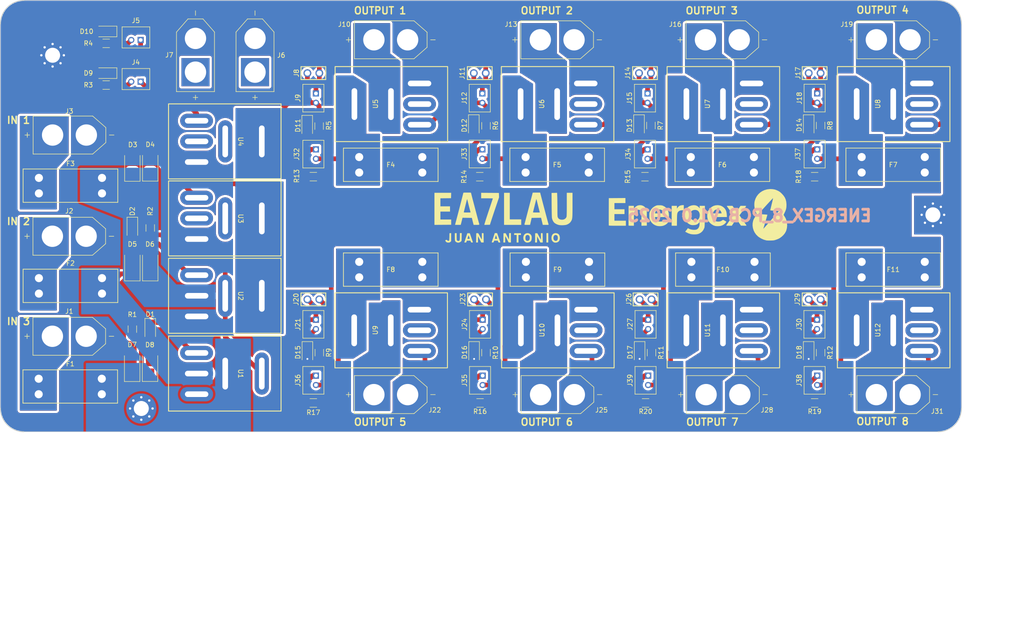
<source format=kicad_pcb>
(kicad_pcb (version 20241229) (generator "pcbnew") (generator_version "9.0")
  (title_block (title "ENERGEX_8_PCB - PCB DESING") (date "05/06/2025") (rev "v1.0"))
  (layers (0 "F.Cu" signal) (4 "In1.Cu" signal) (6 "In2.Cu" signal) (2 "B.Cu" signal) (13 "F.Paste" user) (15 "B.Paste" user) (5 "F.SilkS" user "F.Silkscreen") (7 "B.SilkS" user "B.Silkscreen") (1 "F.Mask" user) (3 "B.Mask" user) (25 "Edge.Cuts" user))
  (net 0 "")
  (net 1 "Net-(D1-K)")
  (net 2 "GND")
  (net 3 "Net-(D2-K)")
  (net 4 "PWR_IN_3")
  (net 5 "PWR_IN_2")
  (net 6 "PWR_IN_1")
  (net 7 "Net-(D9-K)")
  (net 8 "Net-(D10-K)")
  (net 9 "Net-(D11-K)")
  (net 10 "Net-(D12-K)")
  (net 11 "Net-(D13-K)")
  (net 12 "Net-(D14-K)")
  (net 13 "Net-(D15-K)")
  (net 14 "Net-(D16-K)")
  (net 15 "Net-(D17-K)")
  (net 16 "Net-(D18-K)")
  (net 17 "Net-(J1-POS)")
  (net 18 "Net-(J2-POS)")
  (net 19 "Net-(J3-POS)")
  (net 20 "Net-(F4-Pad1)")
  (net 21 "POWER")
  (net 22 "Net-(F5-Pad1)")
  (net 23 "Net-(F6-Pad1)")
  (net 24 "Net-(F7-Pad1)")
  (net 25 "Net-(F8-Pad1)")
  (net 26 "Net-(F9-Pad1)")
  (net 27 "Net-(F10-Pad1)")
  (net 28 "Net-(F11-Pad1)")
  (net 29 "Net-(J4-Pad1)")
  (net 30 "Net-(J5-Pad1)")
  (net 31 "Net-(J6-POS)")
  (net 32 "Net-(J7-POS)")
  (net 33 "Net-(J8-Pad2)")
  (net 34 "Net-(J10-POS)")
  (net 35 "Net-(J11-Pad2)")
  (net 36 "Net-(J13-POS)")
  (net 37 "Net-(J14-Pad2)")
  (net 38 "Net-(J16-POS)")
  (net 39 "Net-(J17-Pad2)")
  (net 40 "Net-(J19-POS)")
  (net 41 "Net-(J20-Pad2)")
  (net 42 "Net-(J22-POS)")
  (net 43 "Net-(J23-Pad2)")
  (net 44 "Net-(J25-POS)")
  (net 45 "Net-(J26-Pad2)")
  (net 46 "Net-(J28-POS)")
  (net 47 "Net-(J29-Pad2)")
  (net 48 "Net-(J31-POS)")
  (net 49 "Net-(R2-Pad1)")
  (net 50 "PWR_SELECT")
  (net 51 "Net-(J32-Pad1)")
  (net 52 "Net-(J33-Pad1)")
  (net 53 "Net-(J34-Pad1)")
  (net 54 "Net-(J35-Pad1)")
  (net 55 "Net-(J36-Pad1)")
  (net 56 "Net-(J37-Pad1)")
  (net 57 "Net-(J38-Pad1)")
  (net 58 "Net-(J39-Pad1)")
  (footprint "01_Footprints:B2B-PH-K-S" (layer "F.Cu") (at 220.218 80.016 90)
    (property "Reference" "J37")
    (property "Value" "B2B-PH-K-S")
  )
  (footprint "01_Footprints:keystone_electronics_3557-2" (layer "F.Cu") (at 123.063 80.651)
    (property "Reference" "F4")
    (property "Value" "3557-2")
  )
  (footprint "01_Footprints:XT60-M" (layer "F.Cu") (at 200.66 131.324)
    (property "Reference" "J28")
    (property "Value" "XT60-M")
  )
  (footprint "01_Footprints:0986AH0304" (layer "F.Cu") (at 94.488 93.732 -90)
    (property "Reference" "U3")
    (property "Value" "0986AH0304")
  )
  (footprint "01_Footprints:XT60-M" (layer "F.Cu") (at 165.354 131.324)
    (property "Reference" "J25")
    (property "Value" "XT60-M")
  )
  (footprint "01_Footprints:XT60-M" (layer "F.Cu") (at 236.982 131.324)
    (property "Reference" "J31")
    (property "Value" "XT60-M")
  )
  (footprint "Resistor_SMD:R_1206_3216Metric" (layer "F.Cu") (at 185.42 122.3725 90)
    (property "Reference" "R11")
    (property "Value" "100 Ohm")
  )
  (footprint "01_Footprints:EA7LAULogo2" (layer "F.Cu") (at 153.67 92.964)
    (property "Reference" "G***" (hide yes))
    (property "Value" "LOGO" (hide yes))
  )
  (footprint "Resistor_SMD:R_1206_3216Metric" (layer "F.Cu") (at 220.218 133.102 180)
    (property "Reference" "R19")
    (property "Value" "510 Ohm")
  )
  (footprint "01_Footprints:B2B-PH-K-S" (layer "F.Cu") (at 75.438 55.124)
    (property "Reference" "J5")
    (property "Value" "B2B-PH-K-S")
  )
  (footprint "01_Footprints:61300211121" (layer "F.Cu") (at 148.844 111.004 180)
    (property "Reference" "J23")
    (property "Value" "61300211121")
    (property "VALUE" "61300211121" (hide yes))
  )
  (footprint "01_Footprints:B2B-PH-K-S" (layer "F.Cu") (at 220.218 128.276 90)
    (property "Reference" "J38")
    (property "Value" "B2B-PH-K-S")
  )
  (footprint "01_Footprints:keystone_electronics_3557-2" (layer "F.Cu") (at 193.802 80.651)
    (property "Reference" "F6")
    (property "Value" "3557-2")
  )
  (footprint "01_Footprints:0986AH0304" (layer "F.Cu") (at 94.484 77.304 -90)
    (property "Reference" "U4")
    (property "Value" "0986AH0304")
  )
  (footprint "01_Footprints:XT60-M" (layer "F.Cu") (at 129.794 131.324)
    (property "Reference" "J22")
    (property "Value" "XT60-M")
  )
  (footprint "01_Footprints:0986AH0304" (layer "F.Cu") (at 200.66 69.348 90)
    (property "Reference" "U7")
    (property "Value" "0986AH0304")
  )
  (footprint "Diode_SMD:D_1206_3216Metric" (layer "F.Cu") (at 74.676 95.764 -90)
    (property "Reference" "D2")
    (property "Value" "D")
  )
  (footprint "01_Footprints:B2B-PH-K-S" (layer "F.Cu") (at 184.023 80.016 90)
    (property "Reference" "J34")
    (property "Value" "B2B-PH-K-S")
  )
  (footprint "01_Footprints:61300211121" (layer "F.Cu") (at 113.284 111.004 180)
    (property "Reference" "J20")
    (property "Value" "61300211121")
    (property "VALUE" "61300211121" (hide yes))
  )
  (footprint "Diode_SMD:D_1206_3216Metric" (layer "F.Cu") (at 69.088 53.854 180)
    (property "Reference" "D10")
    (property "Value" "D")
  )
  (footprint "01_Footprints:XT60-M" (layer "F.Cu") (at 88.138 58.934 90)
    (property "Reference" "J7")
    (property "Value" "XT60-M")
  )
  (footprint "Resistor_SMD:R_1206_3216Metric" (layer "F.Cu") (at 150.114 122.3725 90)
    (property "Reference" "R10")
    (property "Value" "100 Ohm")
  )
  (footprint "Diode_SMD:D_SMA" (layer "F.Cu") (at 74.676 103.5552 90)
    (property "Reference" "D5")
    (property "Value" "SMAJ13CA")
  )
  (footprint "01_Footprints:B2B-PH-K-S" (layer "F.Cu") (at 113.284 80.016 90)
    (property "Reference" "J32")
    (property "Value" "B2B-PH-K-S")
  )
  (footprint "Resistor_SMD:R_1206_3216Metric" (layer "F.Cu") (at 69.088 65.284)
    (property "Reference" "R3")
    (property "Value" "100 Ohm")
  )
  (footprint "01_Footprints:Energex8Logo" (layer "F.Cu") (at 194.798447 93.296214)
    (property "Reference" "G***" (hide yes))
    (property "Value" "LOGO" (hide yes))
  )
  (footprint "Resistor_SMD:R_1206_3216Metric" (layer "F.Cu") (at 148.844 133.102 180)
    (property "Reference" "R16")
    (property "Value" "510 Ohm")
  )
  (footprint "Resistor_SMD:R_1206_3216Metric" (layer "F.Cu") (at 184.023 84.842 180)
    (property "Reference" "R15")
    (property "Value" "510 Ohm")
  )
  (footprint "01_Footprints:B2B-PH-K-S" (layer "F.Cu") (at 113.284 116.338 90)
    (property "Reference" "J21")
    (property "Value" "B2B-PH-K-S")
  )
  (footprint "Diode_SMD:D_SMA" (layer "F.Cu") (at 78.486 103.5552 90)
    (property "Reference" "D6")
    (property "Value" "SMAJ13CA")
  )
  (footprint "Resistor_SMD:R_1206_3216Metric" (layer "F.Cu") (at 220.218 84.842 180)
    (property "Reference" "R18")
    (property "Value" "510 Ohm")
  )
  (footprint "01_Footprints:61300211121" (layer "F.Cu") (at 184.023 62.744)
    (property "Reference" "J14")
    (property "Value" "61300211121")
    (property "VALUE" "61300211121" (hide yes))
  )
  (footprint "Resistor_SMD:R_1206_3216Metric" (layer "F.Cu") (at 69.088 56.394)
    (property "Reference" "R4")
    (property "Value" "100 Ohm")
  )
  (footprint "01_Footprints:XT60-M" (layer "F.Cu") (at 129.794 55.632)
    (property "Reference" "J10")
    (property "Value" "XT60-M")
  )
  (footprint "Resistor_SMD:R_1206_3216Metric" (layer "F.Cu") (at 221.488 73.92 90)
    (property "Reference" "R8")
    (property "Value" "100 Ohm")
  )
  (footprint "Diode_SMD:D_1206_3216Metric" (layer "F.Cu") (at 218.948 122.31 -90)
    (property "Reference" "D18")
    (property "Value" "D")
  )
  (footprint "Diode_SMD:D_1206_3216Metric" (layer "F.Cu") (at 182.88 122.304 -90)
    (property "Reference" "D17")
    (property "Value" "D")
  )
  (footprint "01_Footprints:61300211121" (layer "F.Cu") (at 113.284 62.744)
    (property "Reference" "J8")
    (property "Value" "61300211121")
    (property "VALUE" "61300211121" (hide yes))
  )
  (footprint "Resistor_SMD:R_1206_3216Metric" (layer "F.Cu") (at 221.488 122.3725 90)
    (property "Reference" "R12")
    (property "Value" "100 Ohm")
  )
  (footprint "01_Footprints:XT60-M" (layer "F.Cu") (at 236.982 55.632)
    (property "Reference" "J19")
    (property "Value" "XT60-M")
  )
  (footprint "01_Footprints:B2B-PH-K-S" (layer "F.Cu") (at 220.176 116.338 90)
    (property "Reference" "J30")
    (property "Value" "B2B-PH-K-S")
  )
  (footprint "01_Footprints:XT60-M" (layer "F.Cu") (at 61.258 75.952)
    (property "Reference" "J3")
    (property "Value" "XT60-M")
  )
  (footprint "Resistor_SMD:R_1206_3216Metric" (layer "F.Cu") (at 184.15 133.102 180)
    (property "Reference" "R20")
    (property "Value" "510 Ohm")
  )
  (footprint "Diode_SMD:D_1206_3216Metric" (layer "F.Cu") (at 69.088 62.744 180)
    (property "Reference" "D9")
    (property "Value" "D")
  )
  (footprint "Diode_SMD:D_SMA" (layer "F.Cu") (at 78.442 125.006 90)
    (property "Reference" "D8")
    (property "Value" "SMAJ13CA")
  )
  (footprint "MountingHole:MountingHole_3.2mm_M3_Pad_Via" (layer "F.Cu") (at 57.658 58.934)
    (property "Reference" "H1" (hide yes))
    (property "Value" "MountingHole_Pad")
  )
  (footprint "01_Footprints:61300211121" (layer "F.Cu") (at 220.218 111.004 180)
    (property "Reference" "J29")
    (property "Value" "61300211121")
    (property "VALUE" "61300211121" (hide yes))
  )
  (footprint "01_Footprints:keystone_electronics_3557-2" (layer "F.Cu") (at 230.251 80.645)
    (property "Reference" "F7")
    (property "Value" "3557-2")
  )
  (footprint "01_Footprints:B2B-PH-K-S" (layer "F.Cu") (at 113.284 128.276 90)
    (property "Reference" "J36")
    (property "Value" "B2B-PH-K-S")
  )
  (footprint "MountingHole:MountingHole_3.2mm_M3_Pad_Via" (layer "F.Cu") (at 76.581 134.285056)
    (property "Reference" "H4" (hide yes))
    (property "Value" "MountingHole_Pad")
  )
  (footprint "01_Footprints:keystone_electronics_3557-2" (layer "F.Cu") (at 54.737 85.096)
    (property "Reference" "F3")
    (property "Value" "3557-2")
  )
  (footprint "01_Footprints:0986AH0304" (layer "F.Cu") (at 165.354 117.608 90)
    (property "Reference" "U10")
    (property "Value" "0986AH0304")
  )
  (footprint "Resistor_SMD:R_1206_3216Metric" (layer "F.Cu") (at 185.293 73.92 90)
    (property "Reference" "R7")
    (property "Value" "100 Ohm")
  )
  (footprint "01_Footprints:XT60-M" (layer "F.Cu") (at 61.214 97.542)
    (property "Reference" "J2")
    (property "Value" "XT60-M")
  )
  (footprint "01_Footprints:61300211121" (layer "F.Cu") (at 184.15 111.004 180)
    (property "Reference" "J26")
    (property "Value" "61300211121")
    (property "VALUE" "61300211121" (hide yes))
  )
  (footprint "Diode_SMD:D_1206_3216Metric" (layer "F.Cu") (at 111.97 74.044 -90)
    (property "Reference" "D11")
    (property "Value" "D")
  )
  (footprint "01_Footprints:0986AH0304" (layer "F.Cu") (at 129.794 117.608 90)
    (property "Reference" "U9")
    (property "Value" "0986AH0304")
  )
  (footprint "Diode_SMD:D_SMA" (layer "F.Cu") (at 78.486 82.27 90)
    (property "Reference" "D4")
    (property "Value" "SMAJ13CA")
  )
  (footprint "01_Footprints:0986AH0304" (layer "F.Cu") (at 165.2925 69.348 90)
    (property "Reference" "U6")
    (property "Value" "0986AH0304")
  )
  (footprint "01_Footprints:keystone_electronics_3557-2" (layer "F.Cu") (at 158.623 103.003)
    (property "Reference" "F9")
    (property "Value" "3557-2")
  )
  (footprint "01_Footprints:B2B-PH-K-S" (layer "F.Cu") (at 184.15 128.276 90)
    (property "Reference" "J39")
    (property "Value" "B2B-PH-K-S")
  )
  (footprint "01_Footprints:0986AH0304" (layer "F.Cu") (at 94.484 126.834 -90)
    (property "Reference" "U1")
    (property "Value" "0986AH0304")
  )
  (footprint "MountingHole:MountingHole_3.2mm_M3_Pad_Via" (layer "F.Cu") (at 245.444944 92.97)
    (property "Reference" "H3" (hide yes))
    (property "Value" "MountingHole_Pad")
  )
  (footprint "01_Footprints:0986AH0304" (layer "F.Cu") (at 94.484 110.242 -90)
    (property "Reference" "U2")
    (property "Value" "0986AH0304")
  )
  (footprint "01_Footprints:EA7LAULogo2_UserDrawings" (layer "F.Cu") (at 246.253 172.847)
    (property "Reference" "G***" (hide yes))
    (property "Value" "LOGO" (hide yes))
  )
  (footprint "01_Footprints:0986AH0304" (layer "F.Cu") (at 200.66 117.608 90)
    (property "Reference" "U11")
    (property "Value" "0986AH0304")
  )
  (footprint "01_Footprints:keystone_electronics_3557-2" (layer "F.Cu") (at 54.693 127.9392)
    (property "Reference" "F1")
    (property "Value" "3557-2")
  )
  (footprint "01_Footprints:B2B-PH-K-S" (layer "F.Cu") (at 184.15 116.338 90)
    (property "Reference" "J27")
    (property "Value" "B2B-PH-K-S")
  )
  (footprint "01_Footprints:B2B-PH-K-S" (layer "F.Cu") (at 184.023 68.078 90)
    (property "Reference" "J15")
    (property "Value" "B2B-PH-K-S")
  )
  (footprint "01_Footprints:keystone_electronics_3557-2" (layer "F.Cu") (at 193.929 103.003)
    (property "Reference" "F10")
    (property "Value" "3557-2")
  )
  (footprint "01_Footprints:XT60-M" (layer "F.Cu") (at 165.2925 55.632)
    (property "Reference" "J13")
    (property "Value" "XT60-M")
  )
  (footprint "Resistor_SMD:R_1206_3216Metric" (layer "F.Cu") (at 148.7825 84.842 180)
    (property "Reference" "R14")
    (property "Value" "510 Ohm")
  )
  (footprint "01_Footprints:keystone_electronics_3557-2" (layer "F.Cu") (at 158.5615 80.651)
    (property "Reference" "F5")
    (property "Value" "3557-2")
  )
  (footprint "01_Footprints:B2B-PH-K-S" (layer "F.Cu") (at 75.438 64.014)
    (property "Reference" "J4")
    (property "Value" "B2B-PH-K-S")
  )
  (footprint "01_Footprints:B2B-PH-K-S" (layer "F.Cu") (at 220.218 68.062 90)
    (property "Reference" "J18")
    (property "Value" "B2B-PH-K-S")
  )
  (footprint "Diode_SMD:D_1206_3216Metric" (layer "F.Cu") (at 182.753 73.92 -90)
    (property "Reference" "D13")
    (property "Value" "D")
  )
  (footprint "Resistor_SMD:R_1206_3216Metric" (layer "F.Cu") (at 78.486 95.77 90)
    (property "Reference" "R2")
    (property "Value" "100 Ohm")
  )
  (footprint "Diode_SMD:D_1206_3216Metric" (layer "F.Cu") (at 112.014 122.31 -90)
    (property "Reference" "D15")
    (property "Value" "D")
  )
  (footprint "01_Footprints:XT60-M" (layer "F.Cu") (at 200.533 55.632)
    (property "Reference" "J16")
    (property "Value" "XT60-M")
  )
  (footprint "Diode_SMD:D_1206_3216Metric" (layer "F.Cu") (at 147.5125 73.917 -90)
    (property "Reference" "D12")
    (property "Value" "D")
  )
  (footprint "Diode_SMD:D_1206_3216Metric" (layer "F.Cu") (at 147.574 122.31 -90)
    (property "Reference" "D16")
    (property "Value" "D")
  )
  (footprint "01_Footprints:keystone_electronics_3557-2" (layer "F.Cu") (at 230.251 103.003)
    (property "Reference" "F11")
    (property "Value" "3557-2")
  )
  (footprint "01_Footprints:XT60-M" (layer "F.Cu") (at 100.838 58.934 90)
    (property "Reference" "J6")
    (property "Value" "XT60-M")
  )
  (footprint "01_Footprints:B2B-PH-K-S" (layer "F.Cu") (at 148.7825 80 90)
    (property "Reference" "J33")
    (property "Value" "B2B-PH-K-S")
  )
  (footprint "Diode_SMD:D_1206_3216Metric" (layer "F.Cu") (at 78.486 117.354 -90)
    (property "Reference" "D1")
    (property "Value" "D")
  )
  (footprint "01_Footprints:61300211121" (layer "F.Cu") (at 148.7825 62.744)
    (property "Reference" "J11")
    (property "Value" "61300211121")
    (property "VALUE" "61300211121" (hide yes))
  )
  (footprint "01_Footprints:61300211121" (layer "F.Cu") (at 220.218 62.744)
    (property "Reference" "J17")
    (property "Value" "61300211121")
    (property "VALUE" "61300211121" (hide yes))
  )
  (footprint "Diode_SMD:D_SMA" (layer "F.Cu") (at 74.676 82.302 90)
    (property "Reference" "D3")
    (property "Value" "SMAJ13CA")
  )
  (footprint "01_Footprints:B2B-PH-K-S" (layer "F.Cu") (at 148.844 116.338 90)
    (property "Reference" "J24")
    (property "Value" "B2B-PH-K-S")
  )
  (footprint "01_Footprints:0986AH0304" (layer "F.Cu") (at 236.982 69.348 90)
    (property "Reference" "U8")
    (property "Value" "0986AH0304")
  )
  (footprint "Diode_SMD:D_1206_3216Metric" (layer "F.Cu") (at 218.948 73.92 -90)
    (property "Reference" "D14")
    (property "Value" "D")
  )
  (footprint "Resistor_SMD:R_1206_3216Metric" (layer "F.Cu") (at 74.676 117.354 90)
    (property "Reference" "R1")
    (property "Value" "100 Ohm")
  )
  (footprint "Resistor_SMD:R_1206_3216Metric" (layer "F.Cu") (at 113.284 133.102 180)
    (property "Reference" "R17")
    (property "Value" "510 Ohm")
  )
  (footprint "01_Footprints:B2B-PH-K-S" (layer "F.Cu") (at 148.844 128.276 90)
    (property "Reference" "J35")
    (property "Value" "B2B-PH-K-S")
  )
  (footprint "01_Footprints:0986AH0304" (layer "F.Cu") (at 236.982 117.608 90)
    (property "Reference" "U12")
    (property "Value" "0986AH0304")
  )
  (footprint "01_Footprints:keystone_electronics_3557-2" (layer "F.Cu") (at 123.063 103.003)
    (property "Reference" "F8")
    (property "Value" "3557-2")
  )
  (footprint "Resistor_SMD:R_1206_3216Metric" (layer "F.Cu") (at 113.284 84.826 180)
    (property "Reference" "R13")
    (property "Value" "510 Ohm")
  )
  (footprint "Resistor_SMD:R_1206_3216Metric" (layer "F.Cu") (at 114.51 74.044 90)
    (property "Reference" "R5")
    (property "Value" "100 Ohm")
  )
  (footprint "Resistor_SMD:R_1206_3216Metric" (layer "F.Cu") (at 114.554 122.3725 90)
    (property "Reference" "R9")
    (property "Value" "100 Ohm")
  )
  (footprint "01_Footprints:0986AH0304" (layer "F.Cu") (at 129.838 69.348 90)
    (property "Reference" "U5")
    (property "Value" "0986AH0304")
  )
  (footprint "Resistor_SMD:R_1206_3216Metric" (layer "F.Cu") (at 150.114 73.9815 90)
    (property "Reference" "R6")
    (property "Value" "100 Ohm")
  )
  (footprint "01_Footprints:Energex8Logo_UserDrawings" (layer "F.Cu") (at 203.073 173.99)
    (property "Reference" "G***" (hide yes))
    (property "Value" "LOGO" (hide yes))
  )
  (footprint "01_Footprints:XT60-M" (layer "F.Cu") (at 61.214 118.878)
    (property "Reference" "J1")
    (property "Value" "XT60-M")
  )
  (footprint "01_Footprints:keystone_electronics_3557-2" (layer "F.Cu") (at 54.737 106.4762)
    (property "Reference" "F2")
    (property "Value" "3557-2")
  )
  (footprint "Diode_SMD:D_SMA" (layer "F.Cu") (at 74.632 125.0182 90)
    (property "Reference" "D7")
    (property "Value" "SMAJ13CA")
  )
  (footprint "01_Footprints:B2B-PH-K-S" (layer "F.Cu") (at 113.284 68.078 90)
    (property "Reference" "J9")
    (property "Value" "B2B-PH-K-S")
  )
  (footprint "01_Footprints:B2B-PH-K-S" (layer "F.Cu") (at 148.7825 68.078 90)
    (property "Reference" "J12")
    (property "Value" "B2B-PH-K-S")
  )
  (gr_arc (start 46.538 52.244) (mid 48.002466 48.708467) (end 51.538 47.244) (stroke (width 0.2)) (layer "Edge.Cuts"))
  (gr_arc (start 246.538 47.244) (mid 250.073533 48.708466) (end 251.538 52.244) (stroke (width 0.2)) (layer "Edge.Cuts"))
  (gr_line (start 51.538 139.244) (end 246.538 139.244) (stroke (width 0.1)) (layer "Edge.Cuts"))
  (gr_arc (start 51.538 139.244) (mid 48.002467 137.779534) (end 46.538 134.244) (stroke (width 0.2)) (layer "Edge.Cuts"))
  (gr_line (start 251.538 134.244) (end 251.538 52.244) (stroke (width 0.1)) (layer "Edge.Cuts"))
  (gr_line (start 46.538 52.244) (end 46.538 134.244) (stroke (width 0.1)) (layer "Edge.Cuts"))
  (gr_arc (start 251.538 134.244) (mid 250.073534 137.779533) (end 246.538 139.244) (stroke (width 0.2)) (layer "Edge.Cuts"))
  (gr_line (start 246.538 47.244) (end 51.538 47.244) (stroke (width 0.1)) (layer "Edge.Cuts"))
  (gr_text "IN 3" (at 47.752 116.586 0) (layer "F.SilkS") (effects (font (size 1.5 1.5) (thickness 0.3) (bold yes)) (justify left bottom)))
  (gr_text "IN 2" (at 47.752 95.25 0) (layer "F.SilkS") (effects (font (size 1.5 1.5) (thickness 0.3) (bold yes)) (justify left bottom)))
  (gr_text "OUTPUT 2" (at 157.353 50.292 0) (layer "F.SilkS") (effects (font (size 1.5 1.5) (thickness 0.3) (bold yes)) (justify left bottom)))
  (gr_text "OUTPUT 3" (at 192.532 50.292 0) (layer "F.SilkS") (effects (font (size 1.5 1.5) (thickness 0.3) (bold yes)) (justify left bottom)))
  (gr_text "IN 1" (at 47.752 73.66 0) (layer "F.SilkS") (effects (font (size 1.5 1.5) (thickness 0.3) (bold yes)) (justify left bottom)))
  (gr_text "OUTPUT 4" (at 228.981 50.165 0) (layer "F.SilkS") (effects (font (size 1.5 1.5) (thickness 0.3) (bold yes)) (justify left bottom)))
  (gr_text "OUTPUT 7" (at 192.659 138.049 0) (layer "F.SilkS") (effects (font (size 1.5 1.5) (thickness 0.3) (bold yes)) (justify left bottom)))
  (gr_text "OUTPUT 8" (at 228.981 137.922 0) (layer "F.SilkS") (effects (font (size 1.5 1.5) (thickness 0.3) (bold yes)) (justify left bottom)))
  (gr_text "OUTPUT 1" (at 121.793 50.292 0) (layer "F.SilkS") (effects (font (size 1.5 1.5) (thickness 0.3) (bold yes)) (justify left bottom)))
  (gr_text "OUTPUT 5" (at 121.793 138.049 0) (layer "F.SilkS") (effects (font (size 1.5 1.5) (thickness 0.3) (bold yes)) (justify left bottom)))
  (gr_text "OUTPUT 6" (at 157.353 138.049 0) (layer "F.SilkS") (effects (font (size 1.5 1.5) (thickness 0.3) (bold yes)) (justify left bottom)))
  (gr_text "ENERGEX_8_PCB V1.0 2025" (at 232.664 94.615 0) (layer "B.SilkS") (effects (font (size 2.5 2.5) (thickness 0.6) (bold yes)) (justify left bottom mirror)))
  (segment (start 87.636 122.434) (end 81.156 115.954) (width 1) (layer "F.Cu") (net 1))
  (segment (start 88.374 122.434) (end 87.636 122.434) (width 1) (layer "F.Cu") (net 1))
  (segment (start 81.156 115.954) (end 78.486 115.954) (width 1) (layer "F.Cu") (net 1))
  (segment (start 78.4235 115.8915) (end 78.486 115.954) (width 1) (layer "F.Cu") (net 1))
  (segment (start 74.676 115.8915) (end 78.4235 115.8915) (width 1) (layer "F.Cu") (net 1))
  (segment (start 107.188 73.406) (end 107.188 57.404) (width 1) (layer "F.Cu") (net 2))
  (segment (start 105.118 55.334) (end 100.838 55.334) (width 1) (layer "F.Cu") (net 2))
  (segment (start 107.188 57.404) (end 105.118 55.334) (width 1) (layer "F.Cu") (net 2))
  (segment (start 111.97 75.444) (end 109.226 75.444) (width 1) (layer "F.Cu") (net 2))
  (segment (start 109.226 75.444) (end 107.188 73.406) (width 1) (layer "F.Cu") (net 2))
  (via (at 147.574 123.71) (size 0.8) (drill 0.4) (layers "F.Cu" "B.Cu") (net 2))
  (via (at 218.948 123.71) (size 0.8) (drill 0.4) (layers "F.Cu" "B.Cu") (net 2))
  (via (at 112.014 123.71) (size 0.8) (drill 0.4) (layers "F.Cu" "B.Cu") (net 2))
  (via (at 182.88 123.704) (size 0.8) (drill 0.4) (layers "F.Cu" "B.Cu") (net 2))
  (segment (start 76.581 98.298) (end 76.581 94.364) (width 1) (layer "F.Cu") (net 3))
  (segment (start 88.374 105.842) (end 86.919 105.842) (width 1) (layer "F.Cu") (net 3))
  (segment (start 80.264 99.187) (end 77.47 99.187) (width 1) (layer "F.Cu") (net 3))
  (segment (start 77.47 99.187) (end 76.581 98.298) (width 1) (layer "F.Cu") (net 3))
  (segment (start 86.919 105.842) (end 80.264 99.187) (width 1) (layer "F.Cu") (net 3))
  (segment (start 78.4295 94.364) (end 78.486 94.3075) (width 1) (layer "F.Cu") (net 3))
  (segment (start 74.676 94.364) (end 76.581 94.364) (width 1) (layer "F.Cu") (net 3))
  (segment (start 76.581 94.364) (end 78.4295 94.364) (width 1) (layer "F.Cu") (net 3))
  (segment (start 74.676 84.302) (end 72.289 84.302) (width 1) (layer "F.Cu") (net 4))
  (segment (start 78.486 84.27) (end 74.708 84.27) (width 1) (layer "F.Cu") (net 4))
  (segment (start 68.199 85.096) (end 68.199 88.398) (width 1) (layer "F.Cu") (net 4))
  (segment (start 72.289 84.302) (end 71.495 85.096) (width 1) (layer "F.Cu") (net 4))
  (segment (start 74.708 84.27) (end 74.676 84.302) (width 1) (layer "F.Cu") (net 4))
  (segment (start 71.495 85.096) (end 68.199 85.096) (width 1) (layer "F.Cu") (net 4))
  (segment (start 68.199 106.4762) (end 68.199 109.7782) (width 1) (layer "F.Cu") (net 5))
  (segment (start 71.3238 106.4762) (end 68.199 106.4762) (width 1) (layer "F.Cu") (net 5))
  (segment (start 88.384 126.834) (end 86.884 126.834) (width 1) (layer "F.Cu") (net 5))
  (segment (start 72.2448 105.5552) (end 71.3238 106.4762) (width 1) (layer "F.Cu") (net 5))
  (segment (start 74.676 105.5552) (end 72.2448 105.5552) (width 1) (layer "F.Cu") (net 5))
  (segment (start 78.486 105.5552) (end 74.676 105.5552) (width 1) (layer "F.Cu") (net 5))
  (segment (start 68.155 131.2412) (end 68.155 127.9392) (width 1) (layer "F.Cu") (net 6))
  (segment (start 78.442 127.006) (end 76.581 127.006) (width 1) (layer "F.Cu") (net 6))
  (segment (start 76.581 127.006) (end 74.6442 127.006) (width 1) (layer "F.Cu") (net 6))
  (segment (start 74.6442 127.006) (end 74.632 127.0182) (width 1) (layer "F.Cu") (net 6))
  (segment (start 72.1813 127.0182) (end 71.2603 127.9392) (width 1) (layer "F.Cu") (net 6))
  (segment (start 71.2603 127.9392) (end 68.155 127.9392) (width 1) (layer "F.Cu") (net 6))
  (segment (start 74.676 118.8165) (end 76.581 120.7215) (width 1) (layer "F.Cu") (net 6))
  (segment (start 76.581 120.7215) (end 76.581 127.006) (width 1) (layer "F.Cu") (net 6))
  (segment (start 74.632 127.0182) (end 72.1813 127.0182) (width 1) (layer "F.Cu") (net 6))
  (segment (start 73.718 65.284) (end 74.438 64.564) (width 1) (layer "F.Cu") (net 7))
  (segment (start 70.5505 65.284) (end 73.718 65.284) (width 1) (layer "F.Cu") (net 7))
  (segment (start 70.488 65.2215) (end 70.5505 65.284) (width 1) (layer "F.Cu") (net 7))
  (segment (start 70.488 62.744) (end 70.488 65.2215) (width 1) (layer "F.Cu") (net 7))
  (segment (start 70.488 56.3315) (end 70.5505 56.394) (width 1) (layer "F.Cu") (net 8))
  (segment (start 70.488 53.854) (end 70.488 56.3315) (width 1) (layer "F.Cu") (net 8))
  (segment (start 73.718 56.394) (end 74.438 55.674) (width 1) (layer "F.Cu") (net 8))
  (segment (start 70.5505 56.394) (end 73.718 56.394) (width 1) (layer "F.Cu") (net 8))
  (segment (start 112.909105 69.078) (end 113.834 69.078) (width 1) (layer "F.Cu") (net 9))
  (segment (start 114.4475 72.644) (end 114.51 72.5815) (width 1) (layer "F.Cu") (net 9))
  (segment (start 114.51 69.754) (end 113.834 69.078) (width 1) (layer "F.Cu") (net 9))
  (segment (start 114.51 72.5815) (end 114.51 69.754) (width 1) (layer "F.Cu") (net 9))
  (segment (start 112.014 62.744) (end 112.014 68.182895) (width 1) (layer "F.Cu") (net 9))
  (segment (start 111.97 72.644) (end 114.4475 72.644) (width 1) (layer "F.Cu") (net 9))
  (segment (start 112.014 68.182895) (end 112.909105 69.078) (width 1) (layer "F.Cu") (net 9))
  (segment (start 150.114 69.8595) (end 149.3325 69.078) (width 1) (layer "F.Cu") (net 10))
  (segment (start 150.112 72.517) (end 150.114 72.519) (width 1) (layer "F.Cu") (net 10))
  (segment (start 150.114 72.519) (end 150.114 69.8595) (width 1) (layer "F.Cu") (net 10))
  (segment (start 147.5125 68.5185) (end 148.072 69.078) (width 1) (layer "F.Cu") (net 10))
  (segment (start 148.072 69.078) (end 149.3325 69.078) (width 1) (layer "F.Cu") (net 10))
  (segment (start 147.5125 72.517) (end 150.112 72.517) (width 1) (layer "F.Cu") (net 10))
  (segment (start 147.5125 62.744) (end 147.5125 68.5185) (width 1) (layer "F.Cu") (net 10))
  (segment (start 182.753 62.744) (end 182.753 68.182895) (width 1) (layer "F.Cu") (net 11))
  (segment (start 183.648105 69.078) (end 184.573 69.078) (width 1) (layer "F.Cu") (net 11))
  (segment (start 185.293 69.798) (end 184.573 69.078) (width 1) (layer "F.Cu") (net 11))
  (segment (start 185.293 72.4575) (end 185.293 69.798) (width 1) (layer "F.Cu") (net 11))
  (segment (start 182.753 68.182895) (end 183.648105 69.078) (width 1) (layer "F.Cu") (net 11))
  (segment (start 182.753 72.52) (end 185.2305 72.52) (width 1) (layer "F.Cu") (net 11))
  (segment (start 185.2305 72.52) (end 185.293 72.4575) (width 1) (layer "F.Cu") (net 11))
  (segment (start 221.4255 72.52) (end 221.488 72.4575) (width 1) (layer "F.Cu") (net 12))
  (segment (start 219.843105 69.062) (end 220.768 69.062) (width 1) (layer "F.Cu") (net 12))
  (segment (start 218.948 72.52) (end 221.4255 72.52) (width 1) (layer "F.Cu") (net 12))
  (segment (start 221.488 69.782) (end 220.768 69.062) (width 1) (layer "F.Cu") (net 12))
  (segment (start 218.948 68.166895) (end 219.843105 69.062) (width 1) (layer "F.Cu") (net 12))
  (segment (start 221.488 72.4575) (end 221.488 69.782) (width 1) (layer "F.Cu") (net 12))
  (segment (start 218.948 62.744) (end 218.948 68.166895) (width 1) (layer "F.Cu") (net 12))
  (segment (start 112.014 119.158) (end 112.014 120.91) (width 1) (layer "F.Cu") (net 13))
  (segment (start 112.014 120.91) (end 114.554 120.91) (width 1) (layer "F.Cu") (net 13))
  (segment (start 115.57 117.221) (end 115.57 119.894) (width 1) (layer "F.Cu") (net 13))
  (segment (start 115.57 119.894) (end 114.554 120.91) (width 1) (layer "F.Cu") (net 13))
  (segment (start 113.834 117.338) (end 112.014 119.158) (width 1) (layer "F.Cu") (net 13))
  (segment (start 114.554 111.004) (end 115.57 112.02) (width 1) (layer "F.Cu") (net 13))
  (segment (start 115.57 112.02) (end 115.57 117.221) (width 1) (layer "F.Cu") (net 13))
  (segment (start 147.574 119.158) (end 149.394 117.338) (width 1) (layer "F.Cu") (net 14))
  (segment (start 150.114 111.004) (end 151.257 112.147) (width 1) (layer "F.Cu") (net 14))
  (segment (start 150.114 120.91) (end 147.574 120.91) (width 1) (layer "F.Cu") (net 14))
  (segment (start 151.257 119.767) (end 150.114 120.91) (width 1) (layer "F.Cu") (net 14))
  (segment (start 147.574 120.91) (end 147.574 119.158) (width 1) (layer "F.Cu") (net 14))
  (segment (start 151.257 112.147) (end 151.257 119.767) (width 1) (layer "F.Cu") (net 14))
  (segment (start 182.88 120.904) (end 182.88 119.158) (width 1) (layer "F.Cu") (net 15))
  (segment (start 185.42 111.004) (end 186.69 112.274) (width 1) (layer "F.Cu") (net 15))
  (segment (start 186.69 119.64) (end 185.42 120.91) (width 1) (layer "F.Cu") (net 15))
  (segment (start 182.88 119.158) (end 184.7 117.338) (width 1) (layer "F.Cu") (net 15))
  (segment (start 185.414 120.904) (end 185.42 120.91) (width 1) (layer "F.Cu") (net 15))
  (segment (start 182.88 120.904) (end 185.414 120.904) (width 1) (layer "F.Cu") (net 15))
  (segment (start 186.69 112.274) (end 186.69 119.64) (width 1) (layer "F.Cu") (net 15))
  (segment (start 221.488 111.004) (end 222.504 112.02) (width 1) (layer "F.Cu") (net 16))
  (segment (start 222.504 112.02) (end 222.504 119.894) (width 1) (layer "F.Cu") (net 16))
  (segment (start 218.948 120.91) (end 218.948 119.116) (width 1) (layer "F.Cu") (net 16))
  (segment (start 222.504 119.894) (end 221.488 120.91) (width 1) (layer "F.Cu") (net 16))
  (segment (start 218.948 120.91) (end 221.488 120.91) (width 1) (layer "F.Cu") (net 16))
  (segment (start 218.948 119.116) (end 220.726 117.338) (width 1) (layer "F.Cu") (net 16))
  (segment (start 122.698 81.016) (end 123.063 80.651) (width 1) (layer "F.Cu") (net 20))
  (segment (start 113.834 81.016) (end 122.698 81.016) (width 1) (layer "F.Cu") (net 20))
  (segment (start 152.654 99.568) (end 153.543 98.679) (width 1) (layer "F.Cu") (net 21))
  (segment (start 221.6805 85.7865) (end 221.6805 84.842) (width 1) (layer "F.Cu") (net 21))
  (segment (start 185.293 75.3825) (end 185.293 75.565) (width 1) (layer "F.Cu") (net 21))
  (segment (start 150.108 75.444) (end 145.4404 80.1116) (width 1) (layer "F.Cu") (net 21))
  (segment (start 220.091 87.376) (end 221.6805 85.7865) (width 1) (layer "F.Cu") (net 21))
  (segment (start 180.848 134.366) (end 181.61 135.128) (width 1) (layer "F.Cu") (net 21))
  (segment (start 145.415 128.534) (end 145.415 134.112) (width 1) (layer "F.Cu") (net 21))
  (segment (start 150.114 75.444) (end 150.108 75.444) (width 1) (layer "F.Cu") (net 21))
  (segment (start 145.4404 80.1116) (end 145.4404 86.4108) (width 1) (layer "F.Cu") (net 21))
  (segment (start 181.102 87.249) (end 183.642 87.249) (width 1) (layer "F.Cu") (net 21))
  (segment (start 110.744 135.128) (end 112.7205 135.128) (width 1) (layer "F.Cu") (net 21))
  (segment (start 224.282 121.041) (end 224.282 99.695) (width 1) (layer "F.Cu") (net 21))
  (segment (start 221.488 75.565) (end 216.789 80.264) (width 1) (layer "F.Cu") (net 21))
  (segment (start 221.488 75.3825) (end 221.488 75.565) (width 1) (layer "F.Cu") (net 21))
  (segment (start 221.488 123.835) (end 217.297 128.026) (width 1) (layer "F.Cu") (net 21))
  (segment (start 217.932 87.376) (end 220.091 87.376) (width 1) (layer "F.Cu") (net 21))
  (segment (start 117.094 99.695) (end 118.237 98.552) (width 1) (layer "F.Cu") (net 21))
  (segment (start 180.34 86.487) (end 181.102 87.249) (width 1) (layer "F.Cu") (net 21))
  (segment (start 181.61 135.128) (end 183.5865 135.128) (width 1) (layer "F.Cu") (net 21))
  (segment (start 114.554 123.835) (end 117.094 121.295) (width 1) (layer "F.Cu") (net 21))
  (segment (start 153.543 98.679) (end 167.761 98.679) (width 1) (layer "F.Cu") (net 21))
  (segment (start 185.4855 85.4055) (end 185.4855 84.842) (width 1) (layer "F.Cu") (net 21))
  (segment (start 145.415 134.112) (end 146.431 135.128) (width 1) (layer "F.Cu") (net 21))
  (segment (start 146.431 135.128) (end 148.2805 135.128) (width 1) (layer "F.Cu") (net 21))
  (segment (start 118.237 98.552) (end 132.074 98.552) (width 1) (layer "F.Cu") (net 21))
  (segment (start 183.642 87.249) (end 185.4855 85.4055) (width 1) (layer "F.Cu") (net 21))
  (segment (start 218.059 134.874) (end 219.9085 134.874) (width 1) (layer "F.Cu") (net 21))
  (segment (start 187.96 99.695) (end 189.103 98.552) (width 1) (layer "F.Cu") (net 21))
  (segment (start 221.488 123.835) (end 224.282 121.041) (width 1) (layer "F.Cu") (net 21))
  (segment (start 180.848 128.407) (end 180.848 134.366) (width 1) (layer "F.Cu") (net 21))
  (segment (start 152.654 121.295) (end 152.654 99.568) (width 1) (layer "F.Cu") (net 21))
  (segment (start 239.516 98.806) (end 243.713 103.003) (width 1) (layer "F.Cu") (net 21))
  (segment (start 185.293 75.565) (end 180.34 80.518) (width 1) (layer "F.Cu") (net 21))
  (segment (start 148.2805 135.128) (end 150.3065 133.102) (width 1) (layer "F.Cu") (net 21))
  (segment (start 150.114 123.835) (end 145.415 128.534) (width 1) (layer "F.Cu") (net 21))
  (segment (start 216.789 86.233) (end 217.932 87.376) (width 1) (layer "F.Cu") (net 21))
  (segment (start 150.114 123.835) (end 152.654 121.295) (width 1) (layer "F.Cu") (net 21))
  (segment (start 167.761 98.679) (end 172.085 103.003) (width 1) (layer "F.Cu") (net 21))
  (segment (start 216.789 80.264) (end 216.789 86.233) (width 1) (layer "F.Cu") (net 21))
  (segment (start 217.297 134.112) (end 218.059 134.874) (width 1) (layer "F.Cu") (net 21))
  (segment (start 132.074 98.552) (end 136.525 103.003) (width 1) (layer "F.Cu") (net 21))
  (segment (start 145.4404 86.4108) (end 146.1516 87.122) (width 1) (layer "F.Cu") (net 21))
  (segment (start 117.094 121.295) (end 117.094 99.695) (width 1) (layer "F.Cu") (net 21))
  (segment (start 112.7205 135.128) (end 114.7465 133.102) (width 1) (layer "F.Cu") (net 21))
  (segment (start 187.96 121.295) (end 187.96 99.695) (width 1) (layer "F.Cu") (net 21))
  (segment (start 185.42 123.835) (end 180.848 128.407) (width 1) (layer "F.Cu") (net 21))
  (segment (start 185.42 123.835) (end 187.96 121.295) (width 1) (layer "F.Cu") (net 21))
  (segment (start 219.9085 134.874) (end 221.6805 133.102) (width 1) (layer "F.Cu") (net 21))
  (segment (start 114.554 123.835) (end 114.554 123.835) (width 1) (layer "F.Cu") (net 21))
  (segment (start 217.297 128.026) (end 217.297 134.112) (width 1) (layer "F.Cu") (net 21))
  (segment (start 183.5865 135.128) (end 185.6125 133.102) (width 1) (layer "F.Cu") (net 21))
  (segment (start 202.94 98.552) (end 207.391 103.003) (width 1) (layer "F.Cu") (net 21))
  (segment (start 109.912 134.296) (end 110.744 135.128) (width 1) (layer "F.Cu") (net 21))
  (segment (start 146.1516 87.122) (end 147.965 87.122) (width 1) (layer "F.Cu") (net 21))
  (segment (start 109.912 128.477) (end 109.912 134.296) (width 1) (layer "F.Cu") (net 21))
  (segment (start 225.171 98.806) (end 239.516 98.806) (width 1) (layer "F.Cu") (net 21))
  (segment (start 147.965 87.122) (end 150.245 84.842) (width 1) (layer "F.Cu") (net 21))
  (segment (start 180.34 80.518) (end 180.34 86.487) (width 1) (layer "F.Cu") (net 21))
  (segment (start 114.554 123.835) (end 109.912 128.477) (width 1) (layer "F.Cu") (net 21))
  (segment (start 189.103 98.552) (end 202.94 98.552) (width 1) (layer "F.Cu") (net 21))
  (segment (start 224.282 99.695) (end 225.171 98.806) (width 1) (layer "F.Cu") (net 21))
  (segment (start 158.2125 81) (end 158.5615 80.651) (width 1) (layer "F.Cu") (net 22))
  (segment (start 149.3325 81) (end 158.2125 81) (width 1) (layer "F.Cu") (net 22))
  (segment (start 193.437 81.016) (end 193.802 80.651) (width 1) (layer "F.Cu") (net 23))
  (segment (start 184.573 81.016) (end 193.437 81.016) (width 1) (layer "F.Cu") (net 23))
  (segment (start 220.768 81.016) (end 229.88 81.016) (width 1) (layer "F.Cu") (net 24))
  (segment (start 229.88 81.016) (end 230.251 80.645) (width 1) (layer "F.Cu") (net 24))
  (segment (start 116.723 129.276) (end 113.834 129.276) (width 1) (layer "F.Cu") (net 25))
  (segment (start 118.618 120.984) (end 118.618 127.381) (width 1) (layer "F.Cu") (net 25))
  (segment (start 121.994 117.608) (end 118.618 120.984) (width 1) (layer "F.Cu") (net 25))
  (segment (start 118.618 127.381) (end 116.723 129.276) (width 1) (layer "F.Cu") (net 25))
  (segment (start 149.394 129.276) (end 152.283 129.276) (width 1) (layer "F.Cu") (net 26))
  (segment (start 154.178 127.381) (end 154.178 120.984) (width 1) (layer "F.Cu") (net 26))
  (segment (start 152.283 129.276) (end 154.178 127.381) (width 1) (layer "F.Cu") (net 26))
  (segment (start 154.178 120.984) (end 157.554 117.608) (width 1) (layer "F.Cu") (net 26))
  (segment (start 189.484 127.254) (end 189.484 122.174) (width 1) (layer "F.Cu") (net 27))
  (segment (start 189.484 122.174) (end 192.86 118.798) (width 1) (layer "F.Cu") (net 27))
  (segment (start 187.462 129.276) (end 189.484 127.254) (width 1) (layer "F.Cu") (net 27))
  (segment (start 184.7 129.276) (end 187.462 129.276) (width 1) (layer "F.Cu") (net 27))
  (segment (start 192.86 118.798) (end 192.86 117.608) (width 1) (layer "F.Cu") (net 27))
  (segment (start 223.911 129.276) (end 225.806 127.381) (width 1) (layer "F.Cu") (net 28))
  (segment (start 225.806 120.984) (end 229.182 117.608) (width 1) (layer "F.Cu") (net 28))
  (segment (start 225.806 127.381) (end 225.806 120.984) (width 1) (layer "F.Cu") (net 28))
  (segment (start 220.768 129.276) (end 223.911 129.276) (width 1) (layer "F.Cu") (net 28))
  (segment (start 81.35 82.304) (end 88.378 89.332) (width 1) (layer "F.Cu") (net 29))
  (segment (start 81.35 69.476) (end 81.35 82.304) (width 1) (layer "F.Cu") (net 29))
  (segment (start 76.438 64.564) (end 81.35 69.476) (width 1) (layer "F.Cu") (net 29))
  (segment (start 76.438 55.674) (end 76.438 59.42) (width 1) (layer "F.Cu") (net 30))
  (segment (start 88.374 71.356) (end 88.374 72.904) (width 1) (layer "F.Cu") (net 30))
  (segment (start 76.438 59.42) (end 88.374 71.356) (width 1) (layer "F.Cu") (net 30))
  (segment (start 114.554 54.6608) (end 119.38 49.8348) (width 1) (layer "F.Cu") (net 33))
  (segment (start 141.0716 70.6244) (end 137.948 73.748) (width 1) (layer "F.Cu") (net 33))
  (segment (start 141.0716 53.6956) (end 141.0716 70.6244) (width 1) (layer "F.Cu") (net 33))
  (segment (start 137.2108 49.8348) (end 141.0716 53.6956) (width 1) (layer "F.Cu") (net 33))
  (segment (start 113.834 65.4138) (end 113.834 67.078) (width 1) (layer "F.Cu") (net 33))
  (segment (start 114.554 62.744) (end 114.554 54.6608) (width 1) (layer "F.Cu") (net 33))
  (segment (start 137.948 73.748) (end 135.948 73.748) (width 1) (layer "F.Cu") (net 33))
  (segment (start 114.554 64.6938) (end 113.834 65.4138) (width 1) (layer "F.Cu") (net 33))
  (segment (start 119.38 49.8348) (end 137.2108 49.8348) (width 1) (layer "F.Cu") (net 33))
  (segment (start 114.554 62.744) (end 114.554 64.6938) (width 1) (layer "F.Cu") (net 33))
  (segment (start 173.482 49.784) (end 155.067 49.784) (width 1) (layer "F.Cu") (net 35))
  (segment (start 155.067 49.784) (end 150.0525 54.7985) (width 1) (layer "F.Cu") (net 35))
  (segment (start 149.3325 65.4499) (end 149.3325 67.078) (width 1) (layer "F.Cu") (net 35))
  (segment (start 150.0525 62.744) (end 150.0525 64.7299) (width 1) (layer "F.Cu") (net 35))
  (segment (start 175.172 73.748) (end 177.3174 71.6026) (width 1) (layer "F.Cu") (net 35))
  (segment (start 171.4025 73.748) (end 175.172 73.748) (width 1) (layer "F.Cu") (net 35))
  (segment (start 150.0525 64.7299) (end 149.3325 65.4499) (width 1) (layer "F.Cu") (net 35))
  (segment (start 177.3174 71.6026) (end 177.3174 53.6194) (width 1) (layer "F.Cu") (net 35))
  (segment (start 150.0525 54.7985) (end 150.0525 62.744) (width 1) (layer "F.Cu") (net 35))
  (segment (start 177.3174 53.6194) (end 173.482 49.784) (width 1) (layer "F.Cu") (net 35))
  (segment (start 185.293 62.744) (end 185.293 54.991) (width 1) (layer "F.Cu") (net 37))
  (segment (start 210.478 73.748) (end 206.77 73.748) (width 1) (layer "F.Cu") (net 37))
  (segment (start 185.293 64.6684) (end 184.573 65.3884) (width 1) (layer "F.Cu") (net 37))
  (segment (start 185.293 62.744) (end 185.293 64.6684) (width 1) (layer "F.Cu") (net 37))
  (segment (start 190.5 49.784) (end 208.661 49.784) (width 1) (layer "F.Cu") (net 37))
  (segment (start 184.573 65.3884) (end 184.573 67.078) (width 1) (layer "F.Cu") (net 37))
  (segment (start 212.598 71.628) (end 210.478 73.748) (width 1) (layer "F.Cu") (net 37))
  (segment (start 185.293 54.991) (end 190.5 49.784) (width 1) (layer "F.Cu") (net 37))
  (segment (start 208.661 49.784) (end 212.598 53.721) (width 1) (layer "F.Cu") (net 37))
  (segment (start 212.598 53.721) (end 212.598 71.628) (width 1) (layer "F.Cu") (net 37))
  (segment (start 246.8 73.748) (end 243.092 73.748) (width 1) (layer "F.Cu") (net 39))
  (segment (start 220.768 65.49) (end 220.768 67.062) (width 1) (layer "F.Cu") (net 39))
  (segment (start 221.488 62.744) (end 221.488 54.737) (width 1) (layer "F.Cu") (net 39))
  (segment (start 221.488 62.744) (end 221.488 64.77) (width 1) (layer "F.Cu") (net 39))
  (segment (start 221.488 64.77) (end 220.768 65.49) (width 1) (layer "F.Cu") (net 39))
  (segment (start 221.488 54.737) (end 226.441 49.784) (width 1) (layer "F.Cu") (net 39))
  (segment (start 244.983 49.784) (end 248.92 53.721) (width 1) (layer "F.Cu") (net 39))
  (segment (start 226.441 49.784) (end 244.983 49.784) (width 1) (layer "F.Cu") (net 39))
  (segment (start 248.92 71.628) (end 246.8 73.748) (width 1) (layer "F.Cu") (net 39))
  (segment (start 248.92 53.721) (end 248.92 71.628) (width 1) (layer "F.Cu") (net 39))
  (segment (start 110.316944 136.398) (end 134.874 136.398) (width 1) (layer "F.Cu") (net 41))
  (segment (start 112.373 115.338) (end 108.712 118.999) (width 1) (layer "F.Cu") (net 41))
  (segment (start 113.834 112.824) (end 113.834 115.338) (width 1) (layer "F.Cu") (net 41))
  (segment (start 112.014 111.004) (end 113.834 112.824) (width 1) (layer "F.Cu") (net 41))
  (segment (start 134.874 136.398) (end 137.094 134.178) (width 1) (layer "F.Cu") (net 41))
  (segment (start 137.094 123.198) (end 135.904 122.008) (width 1) (layer "F.Cu") (net 41))
  (segment (start 108.712 134.793056) (end 110.316944 136.398) (width 1) (layer "F.Cu") (net 41))
  (segment (start 113.834 115.338) (end 112.373 115.338) (width 1) (layer "F.Cu") (net 41))
  (segment (start 108.712 118.999) (end 108.712 134.793056) (width 1) (layer "F.Cu") (net 41))
  (segment (start 137.094 134.178) (end 137.094 123.198) (width 1) (layer "F.Cu") (net 41))
  (segment (start 147.552 115.338) (end 144.215 118.675) (width 1) (layer "F.Cu") (net 43))
  (segment (start 149.394 112.824) (end 149.394 115.338) (width 1) (layer "F.Cu") (net 43))
  (segment (start 147.574 111.004) (end 149.394 112.824) (width 1) (layer "F.Cu") (net 43))
  (segment (start 144.215 118.675) (end 144.215 134.623) (width 1) (layer "F.Cu") (net 43))
  (segment (start 172.72 134.112) (end 172.72 123.264) (width 1) (layer "F.Cu") (net 43))
  (segment (start 172.72 123.264) (end 171.464 122.008) (width 1) (layer "F.Cu") (net 43))
  (segment (start 149.394 115.338) (end 147.552 115.338) (width 1) (layer "F.Cu") (net 43))
  (segment (start 145.99 136.398) (end 170.434 136.398) (width 1) (layer "F.Cu") (net 43))
  (segment (start 170.434 136.398) (end 172.72 134.112) (width 1) (layer "F.Cu") (net 43))
  (segment (start 144.215 134.623) (end 145.99 136.398) (width 1) (layer "F.Cu") (net 43))
  (segment (start 205.81 136.328) (end 208.153 133.985) (width 1) (layer "F.Cu") (net 45))
  (segment (start 184.7 112.824) (end 182.88 111.004) (width 1) (layer "F.Cu") (net 45))
  (segment (start 208.153 123.391) (end 206.77 122.008) (width 1) (layer "F.Cu") (net 45))
  (segment (start 184.7 115.338) (end 182.985 115.338) (width 1) (layer "F.Cu") (net 45))
  (segment (start 208.153 133.985) (end 208.153 123.391) (width 1) (layer "F.Cu") (net 45))
  (segment (start 181.099 136.328) (end 205.81 136.328) (width 1) (layer "F.Cu") (net 45))
  (segment (start 182.985 115.338) (end 179.648 118.675) (width 1) (layer "F.Cu") (net 45))
  (segment (start 179.648 118.675) (end 179.648 134.877) (width 1) (layer "F.Cu") (net 45))
  (segment (start 184.7 115.338) (end 184.7 112.824) (width 1) (layer "F.Cu") (net 45))
  (segment (start 179.648 134.877) (end 181.099 136.328) (width 1) (layer "F.Cu") (net 45))
  (segment (start 241.624 136.074) (end 244.475 133.223) (width 1) (layer "F.Cu") (net 47))
  (segment (start 220.726 112.782) (end 218.948 111.004) (width 1) (layer "F.Cu") (net 47))
  (segment (start 220.726 115.338) (end 220.726 112.782) (width 1) (layer "F.Cu") (net 47))
  (segment (start 216.097 135.004) (end 217.167 136.074) (width 1) (layer "F.Cu") (net 47))
  (segment (start 220.726 115.338) (end 219.053 115.338) (width 1) (layer "F.Cu") (net 47))
  (segment (start 216.097 118.294) (end 216.097 135.004) (width 1) (layer "F.Cu") (net 47))
  (segment (start 219.053 115.338) (end 216.097 118.294) (width 1) (layer "F.Cu") (net 47))
  (segment (start 244.475 123.391) (end 243.092 122.008) (width 1) (layer "F.Cu") (net 47))
  (segment (start 217.167 136.074) (end 241.624 136.074) (width 1) (layer "F.Cu") (net 47))
  (segment (start 244.475 133.223) (end 244.475 123.391) (width 1) (layer "F.Cu") (net 47))
  (segment (start 78.486 97.2325) (end 80.8495 97.2325) (width 1) (layer "F.Cu") (net 49))
  (segment (start 91.567 101.727) (end 94.484 104.644) (width 1) (layer "F.Cu") (net 49))
  (segment (start 102.284 126.834) (end 94.484 119.034) (width 1) (layer "F.Cu") (net 49))
  (segment (start 94.484 119.034) (end 94.484 110.242) (width 1) (layer "F.Cu") (net 49))
  (segment (start 94.484 104.644) (end 94.484 110.242) (width 1) (layer "F.Cu") (net 49))
  (segment (start 85.344 101.727) (end 91.567 101.727) (width 1) (layer "F.Cu") (net 49))
  (segment (start 80.8495 97.2325) (end 85.344 101.727) (width 1) (layer "F.Cu") (net 49))
  (segment (start 73.359944 58.674) (end 82.55 67.864056) (width 1) (layer "F.Cu") (net 50))
  (segment (start 66.363 57.6565) (end 67.6255 56.394) (width 1) (layer "F.Cu") (net 50))
  (segment (start 102.288 91.874) (end 102.288 93.732) (width 1) (layer "F.Cu") (net 50))
  (segment (start 87.757 86.36) (end 96.774 86.36) (width 1) (layer "F.Cu") (net 50))
  (segment (start 67.6255 65.284) (end 66.363 64.0215) (width 1) (layer "F.Cu") (net 50))
  (segment (start 69.9055 58.674) (end 73.359944 58.674) (width 1) (layer "F.Cu") (net 50))
  (segment (start 82.55 81.153) (end 87.757 86.36) (width 1) (layer "F.Cu") (net 50))
  (segment (start 66.363 64.0215) (end 66.363 57.6565) (width 1) (layer "F.Cu") (net 50))
  (segment (start 96.774 86.36) (end 102.288 91.874) (width 1) (layer "F.Cu") (net 50))
  (segment (start 82.55 67.864056) (end 82.55 81.153) (width 1) (layer "F.Cu") (net 50))
  (segment (start 67.6255 56.394) (end 69.9055 58.674) (width 1) (layer "F.Cu") (net 50))
  (segment (start 112.754 79.016) (end 111.8215 79.9485) (width 1) (layer "F.Cu") (net 51))
  (segment (start 113.834 79.016) (end 112.754 79.016) (width 1) (layer "F.Cu") (net 51))
  (segment (start 111.8215 79.9485) (end 111.8215 84.826) (width 1) (layer "F.Cu") (net 51))
  (segment (start 149.3325 79) (end 148.64075 79) (width 1) (layer "F.Cu") (net 52))
  (segment (start 147.32 80.32075) (end 147.32 84.842) (width 1) (layer "F.Cu") (net 52))
  (segment (start 148.64075 79) (end 147.32 80.32075) (width 1) (layer "F.Cu") (net 52))
  (segment (start 183.874 79.016) (end 184.573 79.016) (width 1) (layer "F.Cu") (net 53))
  (segment (start 182.5605 84.842) (end 182.5605 80.3295) (width 1) (layer "F.Cu") (net 53))
  (segment (start 182.5605 80.3295) (end 183.874 79.016) (width 1) (layer "F.Cu") (net 53))
  (segment (start 148.695 127.276) (end 147.3815 128.5895) (width 1) (layer "F.Cu") (net 54))
  (segment (start 147.3815 128.5895) (end 147.3815 133.102) (width 1) (layer "F.Cu") (net 54))
  (segment (start 149.394 127.276) (end 148.695 127.276) (width 1) (layer "F.Cu") (net 54))
  (segment (start 111.8215 128.5895) (end 113.135 127.276) (width 1) (layer "F.Cu") (net 55))
  (segment (start 111.8215 133.102) (end 111.8215 128.5895) (width 1) (layer "F.Cu") (net 55))
  (segment (start 113.135 127.276) (end 113.834 127.276) (width 1) (layer "F.Cu") (net 55))
  (segment (start 218.7555 84.842) (end 218.7555 80.3295) (width 1) (layer "F.Cu") (net 56))
  (segment (start 218.7555 80.3295) (end 220.069 79.016) (width 1) (layer "F.Cu") (net 56))
  (segment (start 220.069 79.016) (end 220.768 79.016) (width 1) (layer "F.Cu") (net 56))
  (segment (start 218.7555 129.2885) (end 218.7555 133.102) (width 1) (layer "F.Cu") (net 57))
  (segment (start 220.768 127.276) (end 218.7555 129.2885) (width 1) (layer "F.Cu") (net 57))
  (segment (start 184.001 127.276) (end 182.6875 128.5895) (width 1) (layer "F.Cu") (net 58))
  (segment (start 182.6875 128.5895) (end 182.6875 133.102) (width 1) (layer "F.Cu") (net 58))
  (segment (start 184.7 127.276) (end 184.001 127.276) (width 1) (layer "F.Cu") (net 58))
  (zone (net 21) (net_name "POWER") (layers "F.Cu" "B.Cu" "In1.Cu" "In2.Cu") (priority 5) (connect_pads yes (clearance 0.5)) (min_thickness 0.25) (fill yes (thermal_gap 0.5) (thermal_bridge_width 0.5))
    (polygon (pts (xy 118.11 77.724) (xy 148.971 77.724) (xy 151.257 77.724) (xy 247.142 77.724) (xy 247.142 88.392) (xy 240.919 88.392) (xy 240.919 97.663) (xy 247.142 97.663) (xy 247.142 108.458) (xy 107.442 108.458) (xy 107.442 85.344) (xy 96.6724 85.344) (xy 96.6724 70.2056) (xy 118.11 70.2056)))
  )
  (zone (net 42) (net_name "Net-(J22-POS)") (layers "F.Cu" "B.Cu" "In1.Cu" "In2.Cu") (priority 2) (connect_pads yes (clearance 0.5)) (min_thickness 0.25) (fill yes (thermal_gap 0.5) (thermal_bridge_width 0.5))
    (polygon (pts (xy 129.6924 134.8232) (xy 121.8184 134.8232) (xy 121.8184 123.6472) (xy 124.6124 121.8692) (xy 124.6124 111.2012) (xy 131.8514 111.2012) (xy 131.8514 126.6952) (xy 129.6924 128.3462)))
  )
  (zone (net 25) (net_name "Net-(F8-Pad1)") (layers "F.Cu" "B.Cu" "In1.Cu" "In2.Cu") (priority 5) (connect_pads yes (clearance 0.5)) (min_thickness 0.25) (fill yes (thermal_gap 0.5) (thermal_bridge_width 0.5))
    (polygon (pts (xy 124.6124 121.8692) (xy 121.8184 123.6472) (xy 118.1354 123.6472) (xy 118.1354 100.1522) (xy 127.5334 100.1522) (xy 127.5334 111.2012) (xy 124.6124 111.2012)))
  )
  (zone (net 2) (net_name "GND") (layers "F.Cu" "B.Cu" "In1.Cu" "In2.Cu") (connect_pads yes (clearance 0.5)) (min_thickness 0.25) (fill yes (thermal_gap 0.5) (thermal_bridge_width 0.5))
    (polygon (pts (xy 46.482 47.244) (xy 251.714 47.244) (xy 251.714 139.192) (xy 46.482 139.192)))
  )
  (zone (net 27) (net_name "Net-(F10-Pad1)") (layers "F.Cu" "B.Cu" "In1.Cu" "In2.Cu") (priority 5) (connect_pads yes (clearance 0.5)) (min_thickness 0.25) (fill yes (thermal_gap 0.5) (thermal_bridge_width 0.5))
    (polygon (pts (xy 195.5038 121.8692) (xy 192.7098 123.6472) (xy 189.0268 123.6472) (xy 189.0268 100.1522) (xy 198.4248 100.1522) (xy 198.4248 111.2012) (xy 195.5038 111.2012)))
  )
  (zone (net 38) (net_name "Net-(J16-POS)") (layers "F.Cu" "B.Cu" "In1.Cu" "In2.Cu") (priority 2) (connect_pads yes (clearance 0.5)) (min_thickness 0.25) (fill yes (thermal_gap 0.5) (thermal_bridge_width 0.5))
    (polygon (pts (xy 200.4314 52.1208) (xy 192.5574 52.1208) (xy 192.5574 63.2968) (xy 195.3514 65.0748) (xy 195.3514 75.7428) (xy 202.5904 75.7428) (xy 202.5904 60.2488) (xy 200.4314 58.5978)))
  )
  (zone (net 48) (net_name "Net-(J31-POS)") (layers "F.Cu" "B.Cu" "In1.Cu" "In2.Cu") (priority 2) (connect_pads yes (clearance 0.5)) (min_thickness 0.25) (fill yes (thermal_gap 0.5) (thermal_bridge_width 0.5))
    (polygon (pts (xy 236.8804 134.8232) (xy 229.0064 134.8232) (xy 229.0064 123.6472) (xy 231.8004 121.8692) (xy 231.8004 111.2012) (xy 239.0394 111.2012) (xy 239.0394 126.6952) (xy 236.8804 128.3462)))
  )
  (zone (net 26) (net_name "Net-(F9-Pad1)") (layers "F.Cu" "B.Cu" "In1.Cu" "In2.Cu") (priority 5) (connect_pads yes (clearance 0.5)) (min_thickness 0.25) (fill yes (thermal_gap 0.5) (thermal_bridge_width 0.5))
    (polygon (pts (xy 160.1724 121.8692) (xy 157.3784 123.6472) (xy 153.6954 123.6472) (xy 153.6954 100.1522) (xy 163.0934 100.1522) (xy 163.0934 111.2012) (xy 160.1724 111.2012)))
  )
  (zone (net 18) (net_name "Net-(J2-POS)") (layers "F.Cu" "B.Cu" "In1.Cu" "In2.Cu") (priority 6) (connect_pads yes (clearance 0.5)) (min_thickness 0.25) (fill yes (thermal_gap 0.5) (thermal_bridge_width 0.5))
    (polygon (pts (xy 61.087 93.457059) (xy 61.087 101.839059) (xy 58.547 104.633059) (xy 58.547 113.396059) (xy 50.673 113.396059) (xy 50.673 93.457059)))
  )
  (zone (net 23) (net_name "Net-(F6-Pad1)") (layers "F.Cu" "B.Cu" "In1.Cu" "In2.Cu") (priority 5) (connect_pads yes (clearance 0.5)) (min_thickness 0.25) (fill yes (thermal_gap 0.5) (thermal_bridge_width 0.5))
    (polygon (pts (xy 195.3514 65.0748) (xy 192.5574 63.2968) (xy 188.8744 63.2968) (xy 188.8744 86.7918) (xy 198.2724 86.7918) (xy 198.2724 75.7428) (xy 195.3514 75.7428)))
  )
  (zone (net 22) (net_name "Net-(F5-Pad1)") (layers "F.Cu" "B.Cu" "In1.Cu" "In2.Cu") (priority 5) (connect_pads yes (clearance 0.5)) (min_thickness 0.25) (fill yes (thermal_gap 0.5) (thermal_bridge_width 0.5))
    (polygon (pts (xy 160.147 65.024) (xy 157.353 63.246) (xy 153.67 63.246) (xy 153.67 86.741) (xy 163.068 86.741) (xy 163.068 75.692) (xy 160.147 75.692)))
  )
  (zone (net 24) (net_name "Net-(F7-Pad1)") (layers "F.Cu" "B.Cu" "In1.Cu" "In2.Cu") (priority 5) (connect_pads yes (clearance 0.5)) (min_thickness 0.25) (fill yes (thermal_gap 0.5) (thermal_bridge_width 0.5))
    (polygon (pts (xy 231.8258 65.0748) (xy 229.0318 63.2968) (xy 225.3488 63.2968) (xy 225.3488 80.137) (xy 225.3488 80.518) (xy 225.3488 81.661) (xy 225.3488 82.296) (xy 225.3488 86.7918) (xy 234.7468 86.7918) (xy 234.7468 75.7428) (xy 231.8258 75.7428)))
  )
  (zone (net 19) (net_name "Net-(J3-POS)") (layers "F.Cu" "B.Cu" "In1.Cu" "In2.Cu") (priority 6) (connect_pads yes (clearance 0.5)) (min_thickness 0.25) (fill yes (thermal_gap 0.5) (thermal_bridge_width 0.5))
    (polygon (pts (xy 61.087 71.882) (xy 61.087 80.264) (xy 58.547 83.058) (xy 58.547 91.821) (xy 50.673 91.821) (xy 50.673 71.882)))
  )
  (zone (net 17) (net_name "Net-(J1-POS)") (layers "F.Cu" "B.Cu" "In1.Cu" "In2.Cu") (priority 6) (connect_pads yes (clearance 0.5)) (min_thickness 0.25) (fill yes (thermal_gap 0.5) (thermal_bridge_width 0.5))
    (polygon (pts (xy 61.087 114.808) (xy 61.087 123.19) (xy 58.547 125.984) (xy 58.547 134.747) (xy 50.673 134.747) (xy 50.673 114.808)))
  )
  (zone (net 20) (net_name "Net-(F4-Pad1)") (layers "F.Cu" "B.Cu" "In1.Cu" "In2.Cu") (priority 5) (connect_pads yes (clearance 0.5)) (min_thickness 0.25) (fill yes (thermal_gap 0.5) (thermal_bridge_width 0.5))
    (polygon (pts (xy 124.587 65.024) (xy 121.793 63.246) (xy 118.11 63.246) (xy 118.11 86.741) (xy 127.508 86.741) (xy 127.508 75.692) (xy 124.587 75.692)))
  )
  (zone (net 40) (net_name "Net-(J19-POS)") (layers "F.Cu" "B.Cu" "In1.Cu" "In2.Cu") (priority 2) (connect_pads yes (clearance 0.5)) (min_thickness 0.25) (fill yes (thermal_gap 0.5) (thermal_bridge_width 0.5))
    (polygon (pts (xy 236.9058 52.1208) (xy 229.0318 52.1208) (xy 229.0318 63.2968) (xy 231.8258 65.0748) (xy 231.8258 75.7428) (xy 239.0648 75.7428) (xy 239.0648 60.2488) (xy 236.9058 58.5978)))
  )
  (zone (net 28) (net_name "Net-(F11-Pad1)") (layers "F.Cu" "B.Cu" "In1.Cu" "In2.Cu") (priority 5) (connect_pads yes (clearance 0.5)) (min_thickness 0.25) (fill yes (thermal_gap 0.5) (thermal_bridge_width 0.5))
    (polygon (pts (xy 231.8004 121.8692) (xy 229.0064 123.6472) (xy 225.3234 123.6472) (xy 225.3234 100.1522) (xy 234.7214 100.1522) (xy 234.7214 111.2012) (xy 231.8004 111.2012)))
  )
  (zone (net 46) (net_name "Net-(J28-POS)") (layers "F.Cu" "B.Cu" "In1.Cu" "In2.Cu") (priority 2) (connect_pads yes (clearance 0.5)) (min_thickness 0.25) (fill yes (thermal_gap 0.5) (thermal_bridge_width 0.5))
    (polygon (pts (xy 200.5838 134.8232) (xy 192.7098 134.8232) (xy 192.7098 123.6472) (xy 195.5038 121.8692) (xy 195.5038 111.2012) (xy 202.7428 111.2012) (xy 202.7428 126.6952) (xy 200.5838 128.3462)))
  )
  (zone (net 34) (net_name "Net-(J10-POS)") (layers "F.Cu" "B.Cu" "In1.Cu" "In2.Cu") (priority 2) (connect_pads yes (clearance 0.5)) (min_thickness 0.25) (fill yes (thermal_gap 0.5) (thermal_bridge_width 0.5))
    (polygon (pts (xy 129.667 52.07) (xy 121.793 52.07) (xy 121.793 63.246) (xy 124.587 65.024) (xy 124.587 75.692) (xy 131.826 75.692) (xy 131.826 60.198) (xy 129.667 58.547)))
  )
  (zone (net 44) (net_name "Net-(J25-POS)") (layers "F.Cu" "B.Cu" "In1.Cu" "In2.Cu") (priority 2) (connect_pads yes (clearance 0.5)) (min_thickness 0.25) (fill yes (thermal_gap 0.5) (thermal_bridge_width 0.5))
    (polygon (pts (xy 165.2524 134.8232) (xy 157.3784 134.8232) (xy 157.3784 123.6472) (xy 160.1724 121.8692) (xy 160.1724 111.2012) (xy 167.4114 111.2012) (xy 167.4114 126.6952) (xy 165.2524 128.3462)))
  )
  (zone (net 36) (net_name "Net-(J13-POS)") (layers "F.Cu" "B.Cu" "In1.Cu" "In2.Cu") (priority 2) (connect_pads yes (clearance 0.5)) (min_thickness 0.25) (fill yes (thermal_gap 0.5) (thermal_bridge_width 0.5))
    (polygon (pts (xy 165.227 52.07) (xy 157.353 52.07) (xy 157.353 63.246) (xy 160.147 65.024) (xy 160.147 75.692) (xy 167.386 75.692) (xy 167.386 60.198) (xy 165.227 58.547)))
  )
  (zone (net 50) (net_name "PWR_SELECT") (layers "F.Cu" "B.Cu" "In1.Cu" "In2.Cu") (priority 3) (connect_pads yes (clearance 0.5)) (min_thickness 0.25) (fill yes (thermal_gap 0.5) (thermal_bridge_width 0.5))
    (polygon (pts (xy 106.934 85.852) (xy 96.647 85.852) (xy 96.647 118.364) (xy 106.934 118.364)))
  )
  (zone (net 5) (net_name "PWR_IN_2") (layers "B.Cu" "In1.Cu" "In2.Cu") (priority 6) (connect_pads yes (clearance 0.5)) (min_thickness 0.25) (fill yes (thermal_gap 0.5) (thermal_bridge_width 0.5))
    (polygon (pts (xy 63.754 104.267) (xy 72.009 104.267) (xy 72.009 107.569) (xy 84.201 121.92) (xy 85.979 124.206) (xy 92.456 124.206) (xy 92.456 129.54) (xy 82.423 129.54) (xy 69.723 114.173) (xy 63.754 114.173)))
  )
  (zone (net 6) (net_name "PWR_IN_1") (layers "B.Cu" "In1.Cu" "In2.Cu") (priority 6) (connect_pads yes (clearance 0.5)) (min_thickness 0.25) (fill yes (thermal_gap 0.5) (thermal_bridge_width 0.5))
    (polygon (pts (xy 64.77 124.587) (xy 77.47 124.587) (xy 81.661 129.54) (xy 92.329 129.54) (xy 92.329 119.38) (xy 99.949 119.38) (xy 99.949 139.192) (xy 64.77 139.192)))
  )
  (zone (net 4) (net_name "PWR_IN_3") (layers "B.Cu" "In1.Cu" "In2.Cu") (priority 5) (connect_pads yes (clearance 0.5)) (min_thickness 0.25) (fill yes (thermal_gap 0.5) (thermal_bridge_width 0.5))
    (polygon (pts (xy 63.5 82.931) (xy 80.264 82.931) (xy 80.264 103.759) (xy 84.074 107.823) (xy 92.456 107.823) (xy 92.456 112.649) (xy 77.216 112.649) (xy 72.644 107.188) (xy 72.644 93.726) (xy 63.5 90.17)))
  )
)
</source>
